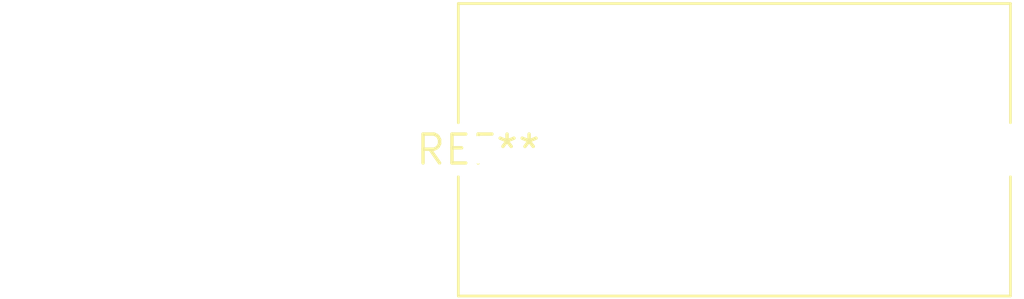
<source format=kicad_pcb>
(kicad_pcb (version 20240108) (generator pcbnew)
  (layers (0 "F.Cu" signal) (31 "B.Cu" signal) (34 "B.Paste" user) (35 "F.Paste" user) (36 "B.SilkS" user "B.Silkscreen") (37 "F.SilkS" user "F.Silkscreen") (38 "B.Mask" user) (39 "F.Mask" user) (44 "Edge.Cuts" user))
  (net 0 "")
  (footprint "C_Rect_L24.0mm_W12.6mm_P22.50mm_MKT" (layer "F.Cu") (at 0 0)
    (property "Reference" "REF**")
    (property "Value" "C_Rect_L24.0mm_W12.6mm_P22.50mm_MKT")
    (fp_line (start -0.87 -6.42) (end -0.87 -1.185) (layer "F.SilkS") (stroke (width 0.12)))
    (fp_line (start -0.87 -6.42) (end 23.37 -6.42) (layer "F.SilkS") (stroke (width 0.12)))
    (fp_line (start -0.87 1.185) (end -0.87 6.42) (layer "F.SilkS") (stroke (width 0.12)))
    (fp_line (start -0.87 6.42) (end 23.37 6.42) (layer "F.SilkS") (stroke (width 0.12)))
    (fp_line (start 23.37 -6.42) (end 23.37 -1.185) (layer "F.SilkS") (stroke (width 0.12)))
    (fp_line (start 23.37 1.185) (end 23.37 6.42) (layer "F.SilkS") (stroke (width 0.12)))
    (pad "1" thru_hole circle (at 0 0) (size 2.4 2.4) (drill 1.2) (layers *.Cu *.Mask) (remove_unused_layers))
    (pad "2" thru_hole circle (at 22.5 0) (size 2.4 2.4) (drill 1.2) (layers *.Cu *.Mask) (remove_unused_layers))
  )
)
</source>
